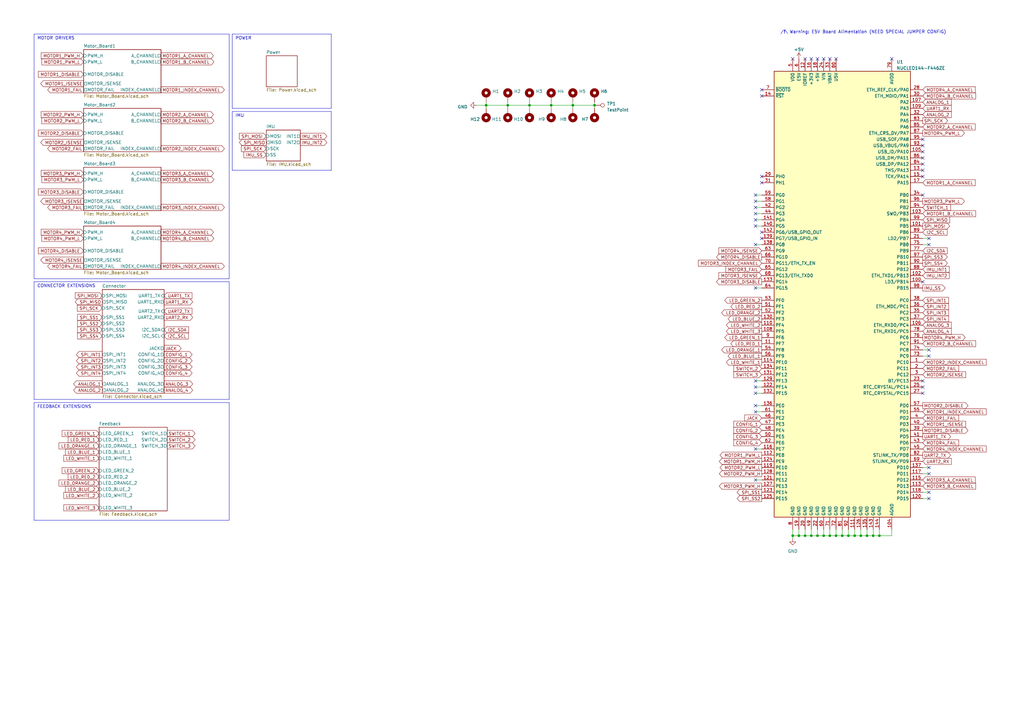
<source format=kicad_sch>
(kicad_sch (version 20221206) (generator eeschema)
  (paper "A3")
  (title_block (title "Robot Mother Board") (date "2023-01-23") (rev "v1.0"))
  (lib_symbols
    (symbol "Connector:TestPoint" (pin_numbers hide) (pin_names (offset 0.762) hide)
      (property "Reference" "TP" (at 0 6.858 0))
      (property "Value" "TestPoint" (at 0 5.08 0))
      (symbol "TestPoint_0_1"
        (circle (center 0 3.302) (radius 0.762))
      )
      (symbol "TestPoint_1_1"
        (pin passive line (at 0 0 90) (length 2.54) (name "1") (number "1"))
      )
    )
    (symbol "MCU_Module:NUCLEO144-F446ZE"
      (property "Reference" "U" (at -22.86 94.615 0))
      (property "Value" "NUCLEO144-F446ZE" (at -22.86 92.71 0))
      (symbol "NUCLEO144-F446ZE_0_1"
        (rectangle (start -27.94 -91.44) (end 27.94 91.44) (stroke (width 0.254)) (fill (type background)))
      )
      (symbol "NUCLEO144-F446ZE_1_1"
        (pin bidirectional line (at 33.02 -27.94 180) (length 5.08) (name "PC10") (number "1"))
        (pin no_connect line (at -33.02 55.88 0) (length 5.08) hide (name "NC") (number "10"))
        (pin bidirectional line (at 33.02 5.08 180) (length 5.08) (name "LD3/PB14") (number "100"))
        (pin bidirectional line (at 33.02 27.94 180) (length 5.08) (name "PB5") (number "101"))
        (pin bidirectional line (at 33.02 7.62 180) (length 5.08) (name "ETH_TXD1/PB13") (number "102"))
        (pin bidirectional line (at 33.02 33.02 180) (length 5.08) (name "SWO/PB3") (number "103"))
        (pin power_in line (at 20.32 -96.52 90) (length 5.08) (name "AGND") (number "104"))
        (pin bidirectional line (at 33.02 58.42 180) (length 5.08) (name "USB_ID/PA10") (number "105"))
        (pin bidirectional line (at 33.02 -12.7 180) (length 5.08) (name "ETH_RXD0/PC4") (number "106"))
        (pin bidirectional line (at 33.02 78.74 180) (length 5.08) (name "PA2") (number "107"))
        (pin bidirectional line (at -33.02 -15.24 0) (length 5.08) (name "PF5") (number "108"))
        (pin bidirectional line (at 33.02 76.2 180) (length 5.08) (name "PA3") (number "109"))
        (pin bidirectional line (at -33.02 -20.32 0) (length 5.08) (name "PF7") (number "11"))
        (pin bidirectional line (at -33.02 -12.7 0) (length 5.08) (name "PF4") (number "110"))
        (pin power_in line (at 5.08 -96.52 90) (length 5.08) (name "GND") (number "111"))
        (pin bidirectional line (at -33.02 -66.04 0) (length 5.08) (name "PE8") (number "112"))
        (pin bidirectional line (at 33.02 -78.74 180) (length 5.08) (name "PD13") (number "113"))
        (pin bidirectional line (at -33.02 -27.94 0) (length 5.08) (name "PF10") (number "114"))
        (pin bidirectional line (at 33.02 -76.2 180) (length 5.08) (name "PD12") (number "115"))
        (pin bidirectional line (at -33.02 -63.5 0) (length 5.08) (name "PE7") (number "116"))
        (pin bidirectional line (at 33.02 -73.66 180) (length 5.08) (name "PD11") (number "117"))
        (pin bidirectional line (at 33.02 -81.28 180) (length 5.08) (name "PD14") (number "118"))
        (pin bidirectional line (at -33.02 -71.12 0) (length 5.08) (name "PE10") (number "119"))
        (pin power_in line (at -15.24 96.52 270) (length 5.08) (name "IOREF") (number "12"))
        (pin bidirectional line (at 33.02 -83.82 180) (length 5.08) (name "PD15") (number "120"))
        (pin bidirectional line (at -33.02 -76.2 0) (length 5.08) (name "PE12") (number "121"))
        (pin bidirectional line (at -33.02 -38.1 0) (length 5.08) (name "PF14") (number "122"))
        (pin bidirectional line (at -33.02 -81.28 0) (length 5.08) (name "PE14") (number "123"))
        (pin bidirectional line (at -33.02 -68.58 0) (length 5.08) (name "PE9") (number "124"))
        (pin bidirectional line (at -33.02 -83.82 0) (length 5.08) (name "PE15") (number "125"))
        (pin power_in line (at 7.62 -96.52 90) (length 5.08) (name "GND") (number "126"))
        (pin bidirectional line (at -33.02 -78.74 0) (length 5.08) (name "PE13") (number "127"))
        (pin bidirectional line (at -33.02 -73.66 0) (length 5.08) (name "PE11") (number "128"))
        (pin bidirectional line (at -33.02 -35.56 0) (length 5.08) (name "PF13") (number "129"))
        (pin bidirectional line (at 33.02 50.8 180) (length 5.08) (name "TMS/PA13") (number "13"))
        (pin bidirectional line (at -33.02 -10.16 0) (length 5.08) (name "PF3") (number "130"))
        (pin bidirectional line (at -33.02 -33.02 0) (length 5.08) (name "PF12") (number "131"))
        (pin bidirectional line (at -33.02 -40.64 0) (length 5.08) (name "PF15") (number "132"))
        (pin bidirectional line (at -33.02 5.08 0) (length 5.08) (name "PG14") (number "133"))
        (pin bidirectional line (at -33.02 -30.48 0) (length 5.08) (name "PF11") (number "134"))
        (pin power_in line (at 10.16 -96.52 90) (length 5.08) (name "GND") (number "135"))
        (pin bidirectional line (at -33.02 -45.72 0) (length 5.08) (name "PE0") (number "136"))
        (pin bidirectional line (at 33.02 -71.12 180) (length 5.08) (name "PD10") (number "137"))
        (pin bidirectional line (at -33.02 20.32 0) (length 5.08) (name "PG8") (number "138"))
        (pin bidirectional line (at -33.02 22.86 0) (length 5.08) (name "PG7/USB_GPIO_IN") (number "139"))
        (pin input line (at -33.02 81.28 0) (length 5.08) (name "~{RST}") (number "14"))
        (pin bidirectional line (at -33.02 27.94 0) (length 5.08) (name "PG5") (number "140"))
        (pin bidirectional line (at -33.02 30.48 0) (length 5.08) (name "PG4") (number "141"))
        (pin bidirectional line (at -33.02 25.4 0) (length 5.08) (name "PG6/USB_GPIO_OUT") (number "142"))
        (pin power_in line (at 12.7 -96.52 90) (length 5.08) (name "GND") (number "143"))
        (pin power_in line (at 15.24 -96.52 90) (length 5.08) (name "GND") (number "144"))
        (pin bidirectional line (at 33.02 48.26 180) (length 5.08) (name "TCK/PA14") (number "15"))
        (pin power_in line (at -12.7 96.52 270) (length 5.08) (name "+3V3") (number "16"))
        (pin bidirectional line (at 33.02 45.72 180) (length 5.08) (name "PA15") (number "17"))
        (pin power_in line (at -10.16 96.52 270) (length 5.08) (name "+5V") (number "18"))
        (pin power_in line (at -17.78 -96.52 90) (length 5.08) (name "GND") (number "19"))
        (pin bidirectional line (at 33.02 -30.48 180) (length 5.08) (name "PC11") (number "2"))
        (pin power_in line (at -15.24 -96.52 90) (length 5.08) (name "GND") (number "20"))
        (pin bidirectional line (at 33.02 22.86 180) (length 5.08) (name "LD2/PB7") (number "21"))
        (pin power_in line (at -10.16 -96.52 90) (length 5.08) (name "GND") (number "22"))
        (pin bidirectional line (at 33.02 -35.56 180) (length 5.08) (name "BT/PC13") (number "23"))
        (pin power_in line (at -7.62 96.52 270) (length 5.08) (name "VIN") (number "24"))
        (pin bidirectional line (at 33.02 -38.1 180) (length 5.08) (name "RTC_CRYSTAL/PC14") (number "25"))
        (pin no_connect line (at -33.02 58.42 0) (length 5.08) hide (name "NC") (number "26"))
        (pin bidirectional line (at 33.02 -40.64 180) (length 5.08) (name "RTC_CRYSTAL/PC15") (number "27"))
        (pin bidirectional line (at 33.02 83.82 180) (length 5.08) (name "ETH_REF_CLK/PA0") (number "28"))
        (pin bidirectional line (at -33.02 48.26 0) (length 5.08) (name "PH0") (number "29"))
        (pin bidirectional line (at 33.02 -33.02 180) (length 5.08) (name "PC12") (number "3"))
        (pin bidirectional line (at 33.02 81.28 180) (length 5.08) (name "ETH_MDIO/PA1") (number "30"))
        (pin bidirectional line (at -33.02 45.72 0) (length 5.08) (name "PH1") (number "31"))
        (pin bidirectional line (at 33.02 73.66 180) (length 5.08) (name "PA4") (number "32"))
        (pin power_in line (at -5.08 96.52 270) (length 5.08) (name "VBAT") (number "33"))
        (pin bidirectional line (at 33.02 40.64 180) (length 5.08) (name "PB0") (number "34"))
        (pin bidirectional line (at 33.02 -7.62 180) (length 5.08) (name "PC2") (number "35"))
        (pin bidirectional line (at 33.02 -5.08 180) (length 5.08) (name "ETH_MDC/PC1") (number "36"))
        (pin bidirectional line (at 33.02 -10.16 180) (length 5.08) (name "PC3") (number "37"))
        (pin bidirectional line (at 33.02 -2.54 180) (length 5.08) (name "PC0") (number "38"))
        (pin bidirectional line (at 33.02 -55.88 180) (length 5.08) (name "PD4") (number "39"))
        (pin bidirectional line (at 33.02 -50.8 180) (length 5.08) (name "PD2") (number "4"))
        (pin bidirectional line (at 33.02 -53.34 180) (length 5.08) (name "PD3") (number "40"))
        (pin bidirectional line (at 33.02 -58.42 180) (length 5.08) (name "PD5") (number "41"))
        (pin bidirectional line (at -33.02 35.56 0) (length 5.08) (name "PG2") (number "42"))
        (pin bidirectional line (at 33.02 -60.96 180) (length 5.08) (name "PD6") (number "43"))
        (pin bidirectional line (at -33.02 33.02 0) (length 5.08) (name "PG3") (number "44"))
        (pin bidirectional line (at 33.02 -63.5 180) (length 5.08) (name "PD7") (number "45"))
        (pin bidirectional line (at -33.02 -50.8 0) (length 5.08) (name "PE2") (number "46"))
        (pin bidirectional line (at -33.02 -53.34 0) (length 5.08) (name "PE3") (number "47"))
        (pin bidirectional line (at -33.02 -55.88 0) (length 5.08) (name "PE4") (number "48"))
        (pin power_in line (at -12.7 -96.52 90) (length 5.08) (name "GND") (number "49"))
        (pin power_in line (at -20.32 96.52 270) (length 5.08) (name "VDD") (number "5"))
        (pin bidirectional line (at -33.02 -58.42 0) (length 5.08) (name "PE5") (number "50"))
        (pin bidirectional line (at -33.02 -5.08 0) (length 5.08) (name "PF1") (number "51"))
        (pin bidirectional line (at -33.02 -7.62 0) (length 5.08) (name "PF2") (number "52"))
        (pin bidirectional line (at -33.02 -2.54 0) (length 5.08) (name "PF0") (number "53"))
        (pin bidirectional line (at -33.02 -22.86 0) (length 5.08) (name "PF8") (number "54"))
        (pin bidirectional line (at 33.02 -48.26 180) (length 5.08) (name "PD1") (number "55"))
        (pin bidirectional line (at -33.02 -25.4 0) (length 5.08) (name "PF9") (number "56"))
        (pin bidirectional line (at 33.02 -45.72 180) (length 5.08) (name "PD0") (number "57"))
        (pin bidirectional line (at -33.02 38.1 0) (length 5.08) (name "PG1") (number "58"))
        (pin bidirectional line (at -33.02 40.64 0) (length 5.08) (name "PG0") (number "59"))
        (pin power_in line (at -17.78 96.52 270) (length 5.08) (name "E5V") (number "6"))
        (pin power_in line (at -7.62 -96.52 90) (length 5.08) (name "GND") (number "60"))
        (pin bidirectional line (at -33.02 -48.26 0) (length 5.08) (name "PE1") (number "61"))
        (pin bidirectional line (at -33.02 -60.96 0) (length 5.08) (name "PE6") (number "62"))
        (pin bidirectional line (at -33.02 17.78 0) (length 5.08) (name "PG9") (number "63"))
        (pin bidirectional line (at -33.02 2.54 0) (length 5.08) (name "PG15") (number "64"))
        (pin bidirectional line (at -33.02 10.16 0) (length 5.08) (name "PG12") (number "65"))
        (pin bidirectional line (at -33.02 15.24 0) (length 5.08) (name "PG10") (number "66"))
        (pin no_connect line (at -33.02 53.34 0) (length 5.08) hide (name "NC") (number "67"))
        (pin bidirectional line (at -33.02 7.62 0) (length 5.08) (name "PG13/ETH_TXD0") (number "68"))
        (pin bidirectional line (at 33.02 -68.58 180) (length 5.08) (name "STLINK_RX/PD9") (number "69"))
        (pin input line (at -33.02 83.82 0) (length 5.08) (name "~{BOOT0}") (number "7"))
        (pin bidirectional line (at -33.02 12.7 0) (length 5.08) (name "PG11/ETH_TX_EN") (number "70"))
        (pin power_in line (at -5.08 -96.52 90) (length 5.08) (name "GND") (number "71"))
        (pin power_in line (at -2.54 -96.52 90) (length 5.08) (name "GND") (number "72"))
        (pin bidirectional line (at 33.02 -25.4 180) (length 5.08) (name "PC9") (number "73"))
        (pin bidirectional line (at 33.02 -22.86 180) (length 5.08) (name "PC8") (number "74"))
        (pin bidirectional line (at 33.02 20.32 180) (length 5.08) (name "PB8") (number "75"))
        (pin bidirectional line (at 33.02 -17.78 180) (length 5.08) (name "PC6") (number "76"))
        (pin bidirectional line (at 33.02 17.78 180) (length 5.08) (name "PB9") (number "77"))
        (pin bidirectional line (at 33.02 -15.24 180) (length 5.08) (name "ETH_RXD1/PC5") (number "78"))
        (pin power_in line (at 20.32 96.52 270) (length 5.08) (name "AVDD") (number "79"))
        (pin power_in line (at -20.32 -96.52 90) (length 5.08) (name "GND") (number "8"))
        (pin power_in line (at -2.54 96.52 270) (length 5.08) (name "U5V") (number "80"))
        (pin power_in line (at 0 -96.52 90) (length 5.08) (name "GND") (number "81"))
        (pin bidirectional line (at 33.02 -66.04 180) (length 5.08) (name "STLINK_TX/PD8") (number "82"))
        (pin bidirectional line (at 33.02 71.12 180) (length 5.08) (name "PA5") (number "83"))
        (pin bidirectional line (at 33.02 53.34 180) (length 5.08) (name "USB_DP/PA12") (number "84"))
        (pin bidirectional line (at 33.02 68.58 180) (length 5.08) (name "PA6") (number "85"))
        (pin bidirectional line (at 33.02 55.88 180) (length 5.08) (name "USB_DM/PA11") (number "86"))
        (pin bidirectional line (at 33.02 66.04 180) (length 5.08) (name "ETH_CRS_DV/PA7") (number "87"))
        (pin bidirectional line (at 33.02 10.16 180) (length 5.08) (name "PB12") (number "88"))
        (pin bidirectional line (at 33.02 25.4 180) (length 5.08) (name "PB6") (number "89"))
        (pin bidirectional line (at -33.02 -17.78 0) (length 5.08) (name "PF6") (number "9"))
        (pin bidirectional line (at 33.02 12.7 180) (length 5.08) (name "PB11") (number "90"))
        (pin bidirectional line (at 33.02 -20.32 180) (length 5.08) (name "PC7") (number "91"))
        (pin power_in line (at 2.54 -96.52 90) (length 5.08) (name "GND") (number "92"))
        (pin bidirectional line (at 33.02 60.96 180) (length 5.08) (name "USB_VBUS/PA9") (number "93"))
        (pin bidirectional line (at 33.02 35.56 180) (length 5.08) (name "PB2") (number "94"))
        (pin bidirectional line (at 33.02 63.5 180) (length 5.08) (name "USB_SOF/PA8") (number "95"))
        (pin bidirectional line (at 33.02 38.1 180) (length 5.08) (name "PB1") (number "96"))
        (pin bidirectional line (at 33.02 15.24 180) (length 5.08) (name "PB10") (number "97"))
        (pin bidirectional line (at 33.02 2.54 180) (length 5.08) (name "PB15") (number "98"))
        (pin bidirectional line (at 33.02 30.48 180) (length 5.08) (name "PB4") (number "99"))
      )
    )
    (symbol "Mechanical:MountingHole_Pad" (pin_numbers hide) (pin_names (offset 1.016) hide)
      (property "Reference" "H" (at 0 6.35 0))
      (property "Value" "MountingHole_Pad" (at 0 4.445 0))
      (symbol "MountingHole_Pad_0_1"
        (circle (center 0 1.27) (radius 1.27) (stroke (width 1.27)))
      )
      (symbol "MountingHole_Pad_1_1"
        (pin input line (at 0 -2.54 90) (length 2.54) (name "1") (number "1"))
      )
    )
    (symbol "power:+5V" (power) (pin_names (offset 0))
      (property "Value" "+5V" (at 0 3.556 0))
      (symbol "+5V_0_1"
        (polyline (pts (xy -0.762 1.27) (xy 0 2.54)))
        (polyline (pts (xy 0 0) (xy 0 2.54)))
        (polyline (pts (xy 0 2.54) (xy 0.762 1.27)))
      )
      (symbol "+5V_1_1"
        (pin power_in line (at 0 0 90) (length 0) hide (name "+5V") (number "1"))
      )
    )
    (symbol "power:GND" (power) (pin_names (offset 0))
      (property "Value" "GND" (at 0 -3.81 0))
      (symbol "GND_0_1"
        (polyline (pts (xy 0 0) (xy 0 -1.27) (xy 1.27 -1.27) (xy 0 -2.54) (xy -1.27 -1.27) (xy 0 -1.27)))
      )
      (symbol "GND_1_1"
        (pin power_in line (at 0 0 270) (length 0) hide (name "GND") (number "1"))
      )
    )
  )
  (junction (at 337.82 219.71))
  (junction (at 345.44 219.71))
  (junction (at 217.17 43.18))
  (junction (at 347.98 219.71))
  (junction (at 243.84 43.18))
  (junction (at 358.14 219.71))
  (junction (at 350.52 219.71))
  (junction (at 340.36 219.71))
  (junction (at 342.9 219.71))
  (junction (at 199.39 43.18))
  (junction (at 325.12 219.71))
  (junction (at 360.68 219.71))
  (junction (at 226.06 43.18))
  (junction (at 234.95 43.18))
  (junction (at 332.74 219.71))
  (junction (at 335.28 219.71))
  (junction (at 353.06 219.71))
  (junction (at 355.6 219.71))
  (junction (at 327.66 219.71))
  (junction (at 330.2 219.71))
  (junction (at 208.28 43.18))
  (no_connect (at 381 201.93))
  (no_connect (at 381 204.47))
  (no_connect (at 381 191.77))
  (no_connect (at 381 194.31))
  (no_connect (at 381 143.51))
  (no_connect (at 381 146.05))
  (no_connect (at 342.9 24.13))
  (no_connect (at 340.36 24.13))
  (no_connect (at 312.42 39.37))
  (no_connect (at 312.42 36.83))
  (no_connect (at 365.76 24.13))
  (no_connect (at 378.46 64.77))
  (no_connect (at 378.46 62.23))
  (no_connect (at 378.46 67.31))
  (no_connect (at 378.46 57.15))
  (no_connect (at 378.46 59.69))
  (no_connect (at 378.46 69.85))
  (no_connect (at 378.46 80.01))
  (no_connect (at 378.46 72.39))
  (no_connect (at 378.46 115.57))
  (no_connect (at 312.42 95.25))
  (no_connect (at 312.42 97.79))
  (no_connect (at 312.42 74.93))
  (no_connect (at 312.42 72.39))
  (no_connect (at 330.2 24.13))
  (no_connect (at 325.12 24.13))
  (no_connect (at 337.82 24.13))
  (no_connect (at 335.28 24.13))
  (no_connect (at 332.74 24.13))
  (no_connect (at 378.46 156.21))
  (no_connect (at 378.46 158.75))
  (no_connect (at 378.46 161.29))
  (no_connect (at 309.88 156.21))
  (no_connect (at 309.88 118.11))
  (no_connect (at 309.88 82.55))
  (no_connect (at 309.88 85.09))
  (no_connect (at 309.88 87.63))
  (no_connect (at 309.88 90.17))
  (no_connect (at 309.88 92.71))
  (no_connect (at 309.88 100.33))
  (no_connect (at 309.88 80.01))
  (no_connect (at 381 97.79))
  (no_connect (at 381 100.33))
  (no_connect (at 309.88 196.85))
  (no_connect (at 309.88 184.15))
  (no_connect (at 309.88 158.75))
  (no_connect (at 309.88 161.29))
  (no_connect (at 309.88 166.37))
  (no_connect (at 309.88 168.91))
  (wire (pts (xy 234.95 44.45) (xy 234.95 43.18)))
  (polyline (pts (xy 93.98 165.1) (xy 93.98 213.36)))
  (wire (pts (xy 309.88 184.15) (xy 312.42 184.15)))
  (wire (pts (xy 309.88 118.11) (xy 312.42 118.11)))
  (wire (pts (xy 353.06 219.71) (xy 355.6 219.71)))
  (wire (pts (xy 358.14 219.71) (xy 355.6 219.71)))
  (wire (pts (xy 378.46 100.33) (xy 381 100.33)))
  (wire (pts (xy 353.06 217.17) (xy 353.06 219.71)))
  (wire (pts (xy 360.68 217.17) (xy 360.68 219.71)))
  (wire (pts (xy 350.52 217.17) (xy 350.52 219.71)))
  (wire (pts (xy 355.6 217.17) (xy 355.6 219.71)))
  (wire (pts (xy 309.88 158.75) (xy 312.42 158.75)))
  (polyline (pts (xy 93.98 114.3) (xy 93.98 13.97)))
  (polyline (pts (xy 13.97 165.1) (xy 13.97 213.36)))
  (wire (pts (xy 199.39 43.18) (xy 208.28 43.18)))
  (polyline (pts (xy 93.98 163.83) (xy 13.97 163.83)))
  (wire (pts (xy 226.06 43.18) (xy 234.95 43.18)))
  (wire (pts (xy 234.95 43.18) (xy 243.84 43.18)))
  (wire (pts (xy 358.14 217.17) (xy 358.14 219.71)))
  (polyline (pts (xy 13.97 115.57) (xy 93.98 115.57)))
  (wire (pts (xy 330.2 219.71) (xy 327.66 219.71)))
  (wire (pts (xy 378.46 194.31) (xy 381 194.31)))
  (polyline (pts (xy 135.89 45.72) (xy 135.89 69.85)))
  (polyline (pts (xy 13.97 165.1) (xy 93.98 165.1)))
  (wire (pts (xy 309.88 161.29) (xy 312.42 161.29)))
  (polyline (pts (xy 93.98 13.97) (xy 13.97 13.97)))
  (wire (pts (xy 378.46 97.79) (xy 381 97.79)))
  (polyline (pts (xy 13.97 115.57) (xy 13.97 163.83)))
  (wire (pts (xy 195.58 43.18) (xy 199.39 43.18)))
  (wire (pts (xy 309.88 168.91) (xy 312.42 168.91)))
  (wire (pts (xy 332.74 219.71) (xy 335.28 219.71)))
  (polyline (pts (xy 93.98 213.36) (xy 13.97 213.36)))
  (wire (pts (xy 347.98 219.71) (xy 345.44 219.71)))
  (wire (pts (xy 309.88 87.63) (xy 312.42 87.63)))
  (wire (pts (xy 330.2 217.17) (xy 330.2 219.71)))
  (wire (pts (xy 365.76 219.71) (xy 360.68 219.71)))
  (wire (pts (xy 208.28 44.45) (xy 208.28 43.18)))
  (wire (pts (xy 378.46 204.47) (xy 381 204.47)))
  (wire (pts (xy 378.46 146.05) (xy 381 146.05)))
  (wire (pts (xy 345.44 217.17) (xy 345.44 219.71)))
  (wire (pts (xy 350.52 219.71) (xy 347.98 219.71)))
  (wire (pts (xy 234.95 43.18) (xy 234.95 41.91)))
  (wire (pts (xy 332.74 217.17) (xy 332.74 219.71)))
  (wire (pts (xy 342.9 217.17) (xy 342.9 219.71)))
  (wire (pts (xy 309.88 85.09) (xy 312.42 85.09)))
  (wire (pts (xy 337.82 217.17) (xy 337.82 219.71)))
  (polyline (pts (xy 95.25 13.97) (xy 95.25 44.45)))
  (wire (pts (xy 199.39 43.18) (xy 199.39 41.91)))
  (wire (pts (xy 309.88 90.17) (xy 312.42 90.17)))
  (wire (pts (xy 378.46 143.51) (xy 381 143.51)))
  (wire (pts (xy 337.82 219.71) (xy 335.28 219.71)))
  (wire (pts (xy 243.84 43.18) (xy 243.84 41.91)))
  (wire (pts (xy 309.88 100.33) (xy 312.42 100.33)))
  (wire (pts (xy 208.28 43.18) (xy 208.28 41.91)))
  (wire (pts (xy 342.9 219.71) (xy 340.36 219.71)))
  (wire (pts (xy 208.28 43.18) (xy 217.17 43.18)))
  (wire (pts (xy 327.66 219.71) (xy 325.12 219.71)))
  (polyline (pts (xy 13.97 114.3) (xy 93.98 114.3)))
  (polyline (pts (xy 135.89 44.45) (xy 95.25 44.45)))
  (polyline (pts (xy 95.25 45.72) (xy 95.25 69.85)))
  (wire (pts (xy 358.14 219.71) (xy 360.68 219.71)))
  (wire (pts (xy 378.46 191.77) (xy 381 191.77)))
  (wire (pts (xy 309.88 166.37) (xy 312.42 166.37)))
  (wire (pts (xy 353.06 219.71) (xy 350.52 219.71)))
  (wire (pts (xy 332.74 219.71) (xy 330.2 219.71)))
  (polyline (pts (xy 95.25 45.72) (xy 135.89 45.72)))
  (wire (pts (xy 309.88 82.55) (xy 312.42 82.55)))
  (wire (pts (xy 325.12 219.71) (xy 325.12 217.17)))
  (wire (pts (xy 309.88 156.21) (xy 312.42 156.21)))
  (wire (pts (xy 325.12 220.98) (xy 325.12 219.71)))
  (wire (pts (xy 347.98 217.17) (xy 347.98 219.71)))
  (polyline (pts (xy 135.89 69.85) (xy 95.25 69.85)))
  (wire (pts (xy 217.17 44.45) (xy 217.17 43.18)))
  (wire (pts (xy 327.66 217.17) (xy 327.66 219.71)))
  (polyline (pts (xy 13.97 13.97) (xy 13.97 114.3)))
  (polyline (pts (xy 93.98 115.57) (xy 93.98 163.83)))
  (polyline (pts (xy 95.25 13.97) (xy 135.89 13.97)))
  (wire (pts (xy 309.88 196.85) (xy 312.42 196.85)))
  (polyline (pts (xy 135.89 13.97) (xy 135.89 44.45)))
  (wire (pts (xy 226.06 44.45) (xy 226.06 43.18)))
  (wire (pts (xy 226.06 43.18) (xy 226.06 41.91)))
  (wire (pts (xy 335.28 217.17) (xy 335.28 219.71)))
  (wire (pts (xy 345.44 219.71) (xy 342.9 219.71)))
  (wire (pts (xy 378.46 201.93) (xy 381 201.93)))
  (wire (pts (xy 309.88 92.71) (xy 312.42 92.71)))
  (wire (pts (xy 217.17 43.18) (xy 226.06 43.18)))
  (wire (pts (xy 199.39 44.45) (xy 199.39 43.18)))
  (wire (pts (xy 365.76 217.17) (xy 365.76 219.71)))
  (wire (pts (xy 309.88 80.01) (xy 312.42 80.01)))
  (wire (pts (xy 340.36 219.71) (xy 337.82 219.71)))
  (wire (pts (xy 340.36 217.17) (xy 340.36 219.71)))
  (wire (pts (xy 217.17 43.18) (xy 217.17 41.91)))
  (wire (pts (xy 243.84 44.45) (xy 243.84 43.18)))
  (text "IMU" (at 96.52 48.26 0) (effects (font (size 1.27 1.27)) (justify left bottom)))
  (text "POWER" (at 96.52 16.51 0) (effects (font (size 1.27 1.27)) (justify left bottom)))
  (text "CONNECTOR EXTENSIONS" (at 15.24 118.11 0) (effects (font (size 1.27 1.27)) (justify left bottom)))
  (text "/!\\ Warning: E5V Board Alimentation (NEED SPECIAL JUMPER CONFIG)" (at 320.04 13.97 0) (effects (font (size 1.27 1.27)) (justify left bottom)))
  (text "FEEDBACK EXTENSIONS" (at 15.24 167.64 0) (effects (font (size 1.27 1.27)) (justify left bottom)))
  (text "MOTOR DRIVERS" (at 15.24 16.51 0) (effects (font (size 1.27 1.27)) (justify left bottom)))
  (global_label "MOTOR2_INDEX_CHANNEL" (shape input) (at 378.46 148.59 0) (property "Intersheetrefs" "${INTERSHEET_REFS}" (effects hide)))
  (global_label "IMU_SS" (shape output) (at 378.46 118.11 0) (property "Intersheetrefs" "${INTERSHEET_REFS}" (effects hide)))
  (global_label "ANALOG_3" (shape input) (at 378.46 133.35 0) (property "Intersheetrefs" "${INTERSHEET_REFS}" (effects hide)))
  (global_label "I2C_SDA" (shape input) (at 378.46 102.87 0) (property "Intersheetrefs" "${INTERSHEET_REFS}" (effects hide)))
  (global_label "SPI_SS1" (shape output) (at 312.42 201.93 180) (property "Intersheetrefs" "${INTERSHEET_REFS}" (effects hide)))
  (global_label "LED_WHITE_3" (shape output) (at 312.42 135.89 180) (property "Intersheetrefs" "${INTERSHEET_REFS}" (effects hide)))
  (global_label "ANALOG_2" (shape output) (at 41.91 160.02 180) (property "Intersheetrefs" "${INTERSHEET_REFS}" (effects hide)))
  (global_label "MOTOR3_DISABLE" (shape output) (at 312.42 115.57 180) (property "Intersheetrefs" "${INTERSHEET_REFS}" (effects hide)))
  (global_label "MOTOR2_PWM_H" (shape output) (at 312.42 194.31 180) (property "Intersheetrefs" "${INTERSHEET_REFS}" (effects hide)))
  (global_label "MOTOR1_PWM_L" (shape output) (at 312.42 186.69 180) (property "Intersheetrefs" "${INTERSHEET_REFS}" (effects hide)))
  (global_label "MOTOR1_PWM_H" (shape output) (at 312.42 189.23 180) (property "Intersheetrefs" "${INTERSHEET_REFS}" (effects hide)))
  (global_label "MOTOR1_INDEX_CHANNEL" (shape input) (at 378.46 168.91 0) (property "Intersheetrefs" "${INTERSHEET_REFS}" (effects hide)))
  (global_label "SPI_MISO" (shape input) (at 378.46 90.17 0) (property "Intersheetrefs" "${INTERSHEET_REFS}" (effects hide)))
  (global_label "MOTOR3_ISENSE" (shape output) (at 34.29 82.55 180) (property "Intersheetrefs" "${INTERSHEET_REFS}" (effects hide)))
  (global_label "MOTOR4_ISENSE" (shape input) (at 312.42 102.87 180) (property "Intersheetrefs" "${INTERSHEET_REFS}" (effects hide)))
  (global_label "UART1_TX" (shape input) (at 67.31 121.285 0) (property "Intersheetrefs" "${INTERSHEET_REFS}" (effects hide)))
  (global_label "SPI_SS4" (shape output) (at 378.46 107.95 0) (property "Intersheetrefs" "${INTERSHEET_REFS}" (effects hide)))
  (global_label "LED_BLUE_2" (shape output) (at 312.42 130.81 180) (property "Intersheetrefs" "${INTERSHEET_REFS}" (effects hide)))
  (global_label "MOTOR2_INDEX_CHANNEL" (shape output) (at 66.04 60.96 0) (property "Intersheetrefs" "${INTERSHEET_REFS}" (effects hide)))
  (global_label "CONFIG_4" (shape output) (at 67.31 153.035 0) (property "Intersheetrefs" "${INTERSHEET_REFS}" (effects hide)))
  (global_label "SPI_MISO" (shape output) (at 109.22 58.42 180) (property "Intersheetrefs" "${INTERSHEET_REFS}" (effects hide)))
  (global_label "IMU_INT1" (shape output) (at 123.19 55.88 0) (property "Intersheetrefs" "${INTERSHEET_REFS}" (effects hide)))
  (global_label "SPI_SCK" (shape output) (at 378.46 49.53 0) (property "Intersheetrefs" "${INTERSHEET_REFS}" (effects hide)))
  (global_label "MOTOR3_FAIL" (shape output) (at 34.29 85.09 180) (property "Intersheetrefs" "${INTERSHEET_REFS}" (effects hide)))
  (global_label "SPI_INT3" (shape input) (at 378.46 128.27 0) (property "Intersheetrefs" "${INTERSHEET_REFS}" (effects hide)))
  (global_label "SPI_SS2" (shape input) (at 41.91 132.715 180) (property "Intersheetrefs" "${INTERSHEET_REFS}" (effects hide)))
  (global_label "MOTOR4_B_CHANNEL" (shape output) (at 66.04 97.79 0) (property "Intersheetrefs" "${INTERSHEET_REFS}" (effects hide)))
  (global_label "SPI_SS2" (shape output) (at 312.42 204.47 180) (property "Intersheetrefs" "${INTERSHEET_REFS}" (effects hide)))
  (global_label "SPI_SS1" (shape input) (at 41.91 130.175 180) (property "Intersheetrefs" "${INTERSHEET_REFS}" (effects hide)))
  (global_label "MOTOR4_A_CHANNEL" (shape output) (at 66.04 95.25 0) (property "Intersheetrefs" "${INTERSHEET_REFS}" (effects hide)))
  (global_label "LED_ORANGE_2" (shape input) (at 40.64 198.12 180) (property "Intersheetrefs" "${INTERSHEET_REFS}" (effects hide)))
  (global_label "CONFIG_1" (shape input) (at 312.42 173.99 180) (property "Intersheetrefs" "${INTERSHEET_REFS}" (effects hide)))
  (global_label "MOTOR1_PWM_H" (shape input) (at 34.29 22.86 180) (property "Intersheetrefs" "${INTERSHEET_REFS}" (effects hide)))
  (global_label "SPI_INT1" (shape input) (at 378.46 123.19 0) (property "Intersheetrefs" "${INTERSHEET_REFS}" (effects hide)))
  (global_label "LED_ORANGE_1" (shape output) (at 312.42 143.51 180) (property "Intersheetrefs" "${INTERSHEET_REFS}" (effects hide)))
  (global_label "LED_RED_1" (shape input) (at 40.64 180.34 180) (property "Intersheetrefs" "${INTERSHEET_REFS}" (effects hide)))
  (global_label "MOTOR3_ISENSE" (shape input) (at 312.42 113.03 180) (property "Intersheetrefs" "${INTERSHEET_REFS}" (effects hide)))
  (global_label "MOTOR3_PWM_L" (shape output) (at 378.46 82.55 0) (property "Intersheetrefs" "${INTERSHEET_REFS}" (effects hide)))
  (global_label "LED_GREEN_1" (shape output) (at 312.42 138.43 180) (property "Intersheetrefs" "${INTERSHEET_REFS}" (effects hide)))
  (global_label "LED_ORANGE_2" (shape output) (at 312.42 128.27 180) (property "Intersheetrefs" "${INTERSHEET_REFS}" (effects hide)))
  (global_label "LED_RED_1" (shape output) (at 312.42 140.97 180) (property "Intersheetrefs" "${INTERSHEET_REFS}" (effects hide)))
  (global_label "SPI_SS4" (shape input) (at 41.91 137.795 180) (property "Intersheetrefs" "${INTERSHEET_REFS}" (effects hide)))
  (global_label "CONFIG_1" (shape output) (at 67.31 145.415 0) (property "Intersheetrefs" "${INTERSHEET_REFS}" (effects hide)))
  (global_label "MOTOR2_B_CHANNEL" (shape input) (at 378.46 140.97 0) (property "Intersheetrefs" "${INTERSHEET_REFS}" (effects hide)))
  (global_label "MOTOR1_DISABLE" (shape input) (at 34.29 30.48 180) (property "Intersheetrefs" "${INTERSHEET_REFS}" (effects hide)))
  (global_label "MOTOR4_PWM_L" (shape output) (at 378.46 54.61 0) (property "Intersheetrefs" "${INTERSHEET_REFS}" (effects hide)))
  (global_label "MOTOR2_ISENSE" (shape output) (at 34.29 58.42 180) (property "Intersheetrefs" "${INTERSHEET_REFS}" (effects hide)))
  (global_label "SPI_SCK" (shape input) (at 109.22 60.96 180) (property "Intersheetrefs" "${INTERSHEET_REFS}" (effects hide)))
  (global_label "LED_ORANGE_1" (shape input) (at 40.64 182.88 180) (property "Intersheetrefs" "${INTERSHEET_REFS}" (effects hide)))
  (global_label "SPI_SS3" (shape input) (at 41.91 135.255 180) (property "Intersheetrefs" "${INTERSHEET_REFS}" (effects hide)))
  (global_label "MOTOR1_PWM_L" (shape input) (at 34.29 25.4 180) (property "Intersheetrefs" "${INTERSHEET_REFS}" (effects hide)))
  (global_label "MOTOR3_PWM_L" (shape input) (at 34.29 73.66 180) (property "Intersheetrefs" "${INTERSHEET_REFS}" (effects hide)))
  (global_label "MOTOR3_A_CHANNEL" (shape input) (at 378.46 196.85 0) (property "Intersheetrefs" "${INTERSHEET_REFS}" (effects hide)))
  (global_label "MOTOR1_A_CHANNEL" (shape input) (at 378.46 74.93 0) (property "Intersheetrefs" "${INTERSHEET_REFS}" (effects hide)))
  (global_label "SWITCH_1" (shape input) (at 378.46 85.09 0) (property "Intersheetrefs" "${INTERSHEET_REFS}" (effects hide)))
  (global_label "JACK" (shape input) (at 312.42 171.45 180) (property "Intersheetrefs" "${INTERSHEET_REFS}" (effects hide)))
  (global_label "MOTOR2_A_CHANNEL" (shape input) (at 378.46 52.07 0) (property "Intersheetrefs" "${INTERSHEET_REFS}" (effects hide)))
  (global_label "MOTOR1_ISENSE" (shape input) (at 378.46 173.99 0) (property "Intersheetrefs" "${INTERSHEET_REFS}" (effects hide)))
  (global_label "MOTOR3_INDEX_CHANNEL" (shape output) (at 66.04 85.09 0) (property "Intersheetrefs" "${INTERSHEET_REFS}" (effects hide)))
  (global_label "LED_BLUE_1" (shape input) (at 40.64 185.42 180) (property "Intersheetrefs" "${INTERSHEET_REFS}" (effects hide)))
  (global_label "MOTOR3_DISABLE" (shape input) (at 34.29 78.74 180) (property "Intersheetrefs" "${INTERSHEET_REFS}" (effects hide)))
  (global_label "MOTOR4_FAIL" (shape input) (at 378.46 181.61 0) (property "Intersheetrefs" "${INTERSHEET_REFS}" (effects hide)))
  (global_label "LED_RED_2" (shape output) (at 312.42 125.73 180) (property "Intersheetrefs" "${INTERSHEET_REFS}" (effects hide)))
  (global_label "UART2_TX" (shape input) (at 67.31 127.635 0) (property "Intersheetrefs" "${INTERSHEET_REFS}" (effects hide)))
  (global_label "SWITCH_3" (shape output) (at 68.58 182.88 0) (property "Intersheetrefs" "${INTERSHEET_REFS}" (effects hide)))
  (global_label "UART2_TX" (shape output) (at 378.46 186.69 0) (property "Intersheetrefs" "${INTERSHEET_REFS}" (effects hide)))
  (global_label "I2C_SCL" (shape input) (at 67.31 137.795 0) (property "Intersheetrefs" "${INTERSHEET_REFS}" (effects hide)))
  (global_label "IMU_INT1" (shape input) (at 378.46 110.49 0) (property "Intersheetrefs" "${INTERSHEET_REFS}" (effects hide)))
  (global_label "MOTOR2_ISENSE" (shape input) (at 378.46 153.67 0) (property "Intersheetrefs" "${INTERSHEET_REFS}" (effects hide)))
  (global_label "MOTOR4_A_CHANNEL" (shape input) (at 378.46 36.83 0) (property "Intersheetrefs" "${INTERSHEET_REFS}" (effects hide)))
  (global_label "MOTOR1_B_CHANNEL" (shape input) (at 378.46 87.63 0) (property "Intersheetrefs" "${INTERSHEET_REFS}" (effects hide)))
  (global_label "IMU_SS" (shape input) (at 109.22 63.5 180) (property "Intersheetrefs" "${INTERSHEET_REFS}" (effects hide)))
  (global_label "SWITCH_3" (shape input) (at 312.42 153.67 180) (property "Intersheetrefs" "${INTERSHEET_REFS}" (effects hide)))
  (global_label "ANALOG_3" (shape output) (at 67.31 157.48 0) (property "Intersheetrefs" "${INTERSHEET_REFS}" (effects hide)))
  (global_label "MOTOR1_FAIL" (shape input) (at 378.46 171.45 0) (property "Intersheetrefs" "${INTERSHEET_REFS}" (effects hide)))
  (global_label "SPI_MISO" (shape output) (at 41.91 123.825 180) (property "Intersheetrefs" "${INTERSHEET_REFS}" (effects hide)))
  (global_label "MOTOR2_FAIL" (shape output) (at 34.29 60.96 180) (property "Intersheetrefs" "${INTERSHEET_REFS}" (effects hide)))
  (global_label "ANALOG_1" (shape input) (at 378.46 41.91 0) (property "Intersheetrefs" "${INTERSHEET_REFS}" (effects hide)))
  (global_label "CONFIG_2" (shape output) (at 67.31 147.955 0) (property "Intersheetrefs" "${INTERSHEET_REFS}" (effects hide)))
  (global_label "MOTOR2_FAIL" (shape input) (at 378.46 151.13 0) (property "Intersheetrefs" "${INTERSHEET_REFS}" (effects hide)))
  (global_label "LED_WHITE_2" (shape output) (at 312.42 133.35 180) (property "Intersheetrefs" "${INTERSHEET_REFS}" (effects hide)))
  (global_label "MOTOR3_INDEX_CHANNEL" (shape input) (at 312.42 107.95 180) (property "Intersheetrefs" "${INTERSHEET_REFS}" (effects hide)))
  (global_label "MOTOR4_DISABLE" (shape input) (at 34.29 102.87 180) (property "Intersheetrefs" "${INTERSHEET_REFS}" (effects hide)))
  (global_label "MOTOR2_B_CHANNEL" (shape output) (at 66.04 49.53 0) (property "Intersheetrefs" "${INTERSHEET_REFS}" (effects hide)))
  (global_label "ANALOG_4" (shape output) (at 67.31 160.02 0) (property "Intersheetrefs" "${INTERSHEET_REFS}" (effects hide)))
  (global_label "IMU_INT2" (shape output) (at 123.19 58.42 0) (property "Intersheetrefs" "${INTERSHEET_REFS}" (effects hide)))
  (global_label "SPI_INT2" (shape output) (at 41.91 147.955 180) (property "Intersheetrefs" "${INTERSHEET_REFS}" (effects hide)))
  (global_label "CONFIG_2" (shape input) (at 312.42 176.53 180) (property "Intersheetrefs" "${INTERSHEET_REFS}" (effects hide)))
  (global_label "MOTOR3_PWM_H" (shape input) (at 34.29 71.12 180) (property "Intersheetrefs" "${INTERSHEET_REFS}" (effects hide)))
  (global_label "CONFIG_4" (shape input) (at 312.42 181.61 180) (property "Intersheetrefs" "${INTERSHEET_REFS}" (effects hide)))
  (global_label "SPI_INT3" (shape output) (at 41.91 150.495 180) (property "Intersheetrefs" "${INTERSHEET_REFS}" (effects hide)))
  (global_label "MOTOR4_PWM_L" (shape input) (at 34.29 97.79 180) (property "Intersheetrefs" "${INTERSHEET_REFS}" (effects hide)))
  (global_label "I2C_SCL" (shape input) (at 378.46 95.25 0) (property "Intersheetrefs" "${INTERSHEET_REFS}" (effects hide)))
  (global_label "MOTOR4_INDEX_CHANNEL" (shape input) (at 378.46 184.15 0) (property "Intersheetrefs" "${INTERSHEET_REFS}" (effects hide)))
  (global_label "LED_BLUE_2" (shape input) (at 40.64 200.66 180) (property "Intersheetrefs" "${INTERSHEET_REFS}" (effects hide)))
  (global_label "MOTOR1_B_CHANNEL" (shape output) (at 66.04 25.4 0) (property "Intersheetrefs" "${INTERSHEET_REFS}" (effects hide)))
  (global_label "SPI_INT4" (shape output) (at 41.91 153.035 180) (property "Intersheetrefs" "${INTERSHEET_REFS}" (effects hide)))
  (global_label "MOTOR3_FAIL" (shape input) (at 312.42 110.49 180) (property "Intersheetrefs" "${INTERSHEET_REFS}" (effects hide)))
  (global_label "LED_GREEN_1" (shape input) (at 40.64 177.8 180) (property "Intersheetrefs" "${INTERSHEET_REFS}" (effects hide)))
  (global_label "LED_WHITE_2" (shape input) (at 40.64 203.2 180) (property "Intersheetrefs" "${INTERSHEET_REFS}" (effects hide)))
  (global_label "LED_RED_2" (shape input) (at 40.64 195.58 180) (property "Intersheetrefs" "${INTERSHEET_REFS}" (effects hide)))
  (global_label "SPI_MOSI" (shape input) (at 109.22 55.88 180) (property "Intersheetrefs" "${INTERSHEET_REFS}" (effects hide)))
  (global_label "ANALOG_2" (shape input) (at 378.46 46.99 0) (property "Intersheetrefs" "${INTERSHEET_REFS}" (effects hide)))
  (global_label "LED_WHITE_3" (shape input) (at 40.64 208.28 180) (property "Intersheetrefs" "${INTERSHEET_REFS}" (effects hide)))
  (global_label "UART1_RX" (shape output) (at 67.31 123.825 0) (property "Intersheetrefs" "${INTERSHEET_REFS}" (effects hide)))
  (global_label "MOTOR1_A_CHANNEL" (shape output) (at 66.04 22.86 0) (property "Intersheetrefs" "${INTERSHEET_REFS}" (effects hide)))
  (global_label "SWITCH_1" (shape output) (at 68.58 177.8 0) (property "Intersheetrefs" "${INTERSHEET_REFS}" (effects hide)))
  (global_label "MOTOR3_PWM_H" (shape output) (at 312.42 199.39 180) (property "Intersheetrefs" "${INTERSHEET_REFS}" (effects hide)))
  (global_label "I2C_SDA" (shape input) (at 67.31 135.255 0) (property "Intersheetrefs" "${INTERSHEET_REFS}" (effects hide)))
  (global_label "MOTOR1_ISENSE" (shape output) (at 34.29 34.29 180) (property "Intersheetrefs" "${INTERSHEET_REFS}" (effects hide)))
  (global_label "MOTOR2_PWM_H" (shape input) (at 34.29 46.99 180) (property "Intersheetrefs" "${INTERSHEET_REFS}" (effects hide)))
  (global_label "SPI_SS3" (shape output) (at 378.46 105.41 0) (property "Intersheetrefs" "${INTERSHEET_REFS}" (effects hide)))
  (global_label "SPI_SCK" (shape input) (at 41.91 126.365 180) (property "Intersheetrefs" "${INTERSHEET_REFS}" (effects hide)))
  (global_label "SPI_INT4" (shape input) (at 378.46 130.81 0) (property "Intersheetrefs" "${INTERSHEET_REFS}" (effects hide)))
  (global_label "MOTOR3_A_CHANNEL" (shape output) (at 66.04 71.12 0) (property "Intersheetrefs" "${INTERSHEET_REFS}" (effects hide)))
  (global_label "UART2_RX" (shape output) (at 67.31 130.175 0) (property "Intersheetrefs" "${INTERSHEET_REFS}" (effects hide)))
  (global_label "ANALOG_1" (shape output) (at 41.91 157.48 180) (property "Intersheetrefs" "${INTERSHEET_REFS}" (effects hide)))
  (global_label "MOTOR2_PWM_L" (shape input) (at 34.29 49.53 180) (property "Intersheetrefs" "${INTERSHEET_REFS}" (effects hide)))
  (global_label "MOTOR4_DISABLE" (shape output) (at 312.42 105.41 180) (property "Intersheetrefs" "${INTERSHEET_REFS}" (effects hide)))
  (global_label "CONFIG_3" (shape input) (at 312.42 179.07 180) (property "Intersheetrefs" "${INTERSHEET_REFS}" (effects hide)))
  (global_label "MOTOR1_FAIL" (shape output) (at 34.29 36.83 180) (property "Intersheetrefs" "${INTERSHEET_REFS}" (effects hide)))
  (global_label "MOTOR4_PWM_H" (shape input) (at 34.29 95.25 180) (property "Intersheetrefs" "${INTERSHEET_REFS}" (effects hide)))
  (global_label "LED_WHITE_1" (shape input) (at 40.64 187.96 180) (property "Intersheetrefs" "${INTERSHEET_REFS}" (effects hide)))
  (global_label "LED_GREEN_2" (shape output) (at 312.42 123.19 180) (property "Intersheetrefs" "${INTERSHEET_REFS}" (effects hide)))
  (global_label "ANALOG_4" (shape input) (at 378.46 135.89 0) (property "Intersheetrefs" "${INTERSHEET_REFS}" (effects hide)))
  (global_label "MOTOR4_PWM_H" (shape output) (at 378.46 138.43 0) (property "Intersheetrefs" "${INTERSHEET_REFS}" (effects hide)))
  (global_label "MOTOR3_B_CHANNEL" (shape output) (at 66.04 73.66 0) (property "Intersheetrefs" "${INTERSHEET_REFS}" (effects hide)))
  (global_label "MOTOR2_PWM_L" (shape output) (at 312.42 191.77 180) (property "Intersheetrefs" "${INTERSHEET_REFS}" (effects hide)))
  (global_label "MOTOR4_B_CHANNEL" (shape input) (at 378.46 39.37 0) (property "Intersheetrefs" "${INTERSHEET_REFS}" (effects hide)))
  (global_label "MOTOR4_ISENSE" (shape output) (at 34.29 106.68 180) (property "Intersheetrefs" "${INTERSHEET_REFS}" (effects hide)))
  (global_label "UART1_RX" (shape input) (at 378.46 44.45 0) (property "Intersheetrefs" "${INTERSHEET_REFS}" (effects hide)))
  (global_label "LED_WHITE_1" (shape output) (at 312.42 148.59 180) (property "Intersheetrefs" "${INTERSHEET_REFS}" (effects hide)))
  (global_label "LED_GREEN_2" (shape input) (at 40.64 193.04 180) (property "Intersheetrefs" "${INTERSHEET_REFS}" (effects hide)))
  (global_label "CONFIG_3" (shape output) (at 67.31 150.495 0) (property "Intersheetrefs" "${INTERSHEET_REFS}" (effects hide)))
  (global_label "MOTOR2_DISABLE" (shape input) (at 34.29 54.61 180) (property "Intersheetrefs" "${INTERSHEET_REFS}" (effects hide)))
  (global_label "SWITCH_2" (shape input) (at 312.42 151.13 180) (property "Intersheetrefs" "${INTERSHEET_REFS}" (effects hide)))
  (global_label "MOTOR1_INDEX_CHANNEL" (shape output) (at 66.04 36.83 0) (property "Intersheetrefs" "${INTERSHEET_REFS}" (effects hide)))
  (global_label "MOTOR2_A_CHANNEL" (shape output) (at 66.04 46.99 0) (property "Intersheetrefs" "${INTERSHEET_REFS}" (effects hide)))
  (global_label "MOTOR1_DISABLE" (shape output) (at 378.46 176.53 0) (property "Intersheetrefs" "${INTERSHEET_REFS}" (effects hide)))
  (global_label "UART2_RX" (shape input) (at 378.46 189.23 0) (property "Intersheetrefs" "${INTERSHEET_REFS}" (effects hide)))
  (global_label "SPI_INT1" (shape output) (at 41.91 145.415 180) (property "Intersheetrefs" "${INTERSHEET_REFS}" (effects hide)))
  (global_label "JACK" (shape output) (at 67.31 142.875 0) (property "Intersheetrefs" "${INTERSHEET_REFS}" (effects hide)))
  (global_label "MOTOR3_B_CHANNEL" (shape input) (at 378.46 199.39 0) (property "Intersheetrefs" "${INTERSHEET_REFS}" (effects hide)))
  (global_label "IMU_INT2" (shape input) (at 378.46 113.03 0) (property "Intersheetrefs" "${INTERSHEET_REFS}" (effects hide)))
  (global_label "SPI_MOSI" (shape input) (at 41.91 121.285 180) (property "Intersheetrefs" "${INTERSHEET_REFS}" (effects hide)))
  (global_label "SPI_MOSI" (shape output) (at 378.46 92.71 0) (property "Intersheetrefs" "${INTERSHEET_REFS}" (effects hide)))
  (global_label "MOTOR2_DISABLE" (shape output) (at 378.46 166.37 0) (property "Intersheetrefs" "${INTERSHEET_REFS}" (effects hide)))
  (global_label "UART1_TX" (shape output) (at 378.46 179.07 0) (property "Intersheetrefs" "${INTERSHEET_REFS}" (effects hide)))
  (global_label "LED_BLUE_1" (shape output) (at 312.42 146.05 180) (property "Intersheetrefs" "${INTERSHEET_REFS}" (effects hide)))
  (global_label "SPI_INT2" (shape input) (at 378.46 125.73 0) (property "Intersheetrefs" "${INTERSHEET_REFS}" (effects hide)))
  (global_label "MOTOR4_FAIL" (shape output) (at 34.29 109.22 180) (property "Intersheetrefs" "${INTERSHEET_REFS}" (effects hide)))
  (global_label "SWITCH_2" (shape output) (at 68.58 180.34 0) (property "Intersheetrefs" "${INTERSHEET_REFS}" (effects hide)))
  (global_label "MOTOR4_INDEX_CHANNEL" (shape output) (at 66.04 109.22 0) (property "Intersheetrefs" "${INTERSHEET_REFS}" (effects hide)))
  (symbol (lib_id "Mechanical:MountingHole_Pad") (at 199.39 46.99 180) (unit 1)
    (property "Reference" "H12" (at 196.85 48.895 0) (effects (justify left)))
    (property "Value" "MountingHole_Pad" (effects hide))
    (property "Footprint" "MountingHole:MountingHole_2.2mm_M2_Pad" (effects hide))
  )
  (symbol (lib_id "Mechanical:MountingHole_Pad") (at 217.17 46.99 180) (unit 1)
    (property "Reference" "H10" (at 214.63 48.895 0) (effects (justify left)))
    (property "Value" "MountingHole_Pad" (effects hide))
    (property "Footprint" "MountingHole:MountingHole_2.2mm_M2_Pad" (effects hide))
  )
  (symbol (lib_id "Mechanical:MountingHole_Pad") (at 226.06 46.99 180) (unit 1)
    (property "Reference" "H9" (at 223.52 48.895 0) (effects (justify left)))
    (property "Value" "MountingHole_Pad" (effects hide))
    (property "Footprint" "MountingHole:MountingHole_2.2mm_M2_Pad" (effects hide))
  )
  (symbol (lib_id "Mechanical:MountingHole_Pad") (at 208.28 39.37 0) (unit 1)
    (property "Reference" "H2" (at 210.82 37.465 0) (effects (justify left)))
    (property "Value" "MountingHole_Pad" (effects hide))
    (property "Footprint" "MountingHole:MountingHole_4.3mm_M4_Pad" (effects hide))
  )
  (symbol (lib_id "power:+5V") (at 327.66 24.13 0) (unit 1)
    (property "Reference" "#PWR0115" (effects hide))
    (property "Value" "+5V" (at 327.66 20.32 0))
  )
  (symbol (lib_id "Mechanical:MountingHole_Pad") (at 199.39 39.37 0) (unit 1)
    (property "Reference" "H1" (at 201.93 37.465 0) (effects (justify left)))
    (property "Value" "MountingHole_Pad" (effects hide))
    (property "Footprint" "MountingHole:MountingHole_4.3mm_M4_Pad" (effects hide))
  )
  (symbol (lib_id "Mechanical:MountingHole_Pad") (at 208.28 46.99 180) (unit 1)
    (property "Reference" "H11" (at 205.74 48.895 0) (effects (justify left)))
    (property "Value" "MountingHole_Pad" (effects hide))
    (property "Footprint" "MountingHole:MountingHole_2.2mm_M2_Pad" (effects hide))
  )
  (symbol (lib_id "MCU_Module:NUCLEO144-F446ZE") (at 345.44 120.65 0) (unit 1)
    (property "Reference" "U1" (at 367.7159 25.4 0) (effects (justify left)))
    (property "Value" "NUCLEO144-F446ZE" (at 367.7159 27.94 0) (effects (justify left)))
    (property "Footprint" "Module:ST_Morpho_Connector_144_STLink" (effects hide))
    (property "Datasheet" "https://www.st.com/resource/en/user_manual/dm00244518-stm32-nucleo144-boards-stmicroelectronics.pdf" (effects hide))
  )
  (symbol (lib_id "power:GND") (at 325.12 220.98 0) (unit 1)
    (property "Reference" "#PWR0117" (effects hide))
    (property "Value" "GND" (at 325.12 226.06 0))
  )
  (symbol (lib_id "Mechanical:MountingHole_Pad") (at 234.95 39.37 0) (unit 1)
    (property "Reference" "H5" (at 237.49 37.465 0) (effects (justify left)))
    (property "Value" "MountingHole_Pad" (effects hide))
    (property "Footprint" "MountingHole:MountingHole_2.2mm_M2_Pad" (effects hide))
  )
  (symbol (lib_id "power:GND") (at 195.58 43.18 270) (unit 1)
    (property "Reference" "#PWR0116" (effects hide))
    (property "Value" "GND" (at 191.77 43.815 90) (effects (justify right)))
  )
  (symbol (lib_id "Mechanical:MountingHole_Pad") (at 226.06 39.37 0) (unit 1)
    (property "Reference" "H4" (at 228.6 37.465 0) (effects (justify left)))
    (property "Value" "MountingHole_Pad" (effects hide))
    (property "Footprint" "MountingHole:MountingHole_4.3mm_M4_Pad" (effects hide))
  )
  (symbol (lib_id "Connector:TestPoint") (at 243.84 43.18 270) (unit 1)
    (property "Reference" "TP1" (at 248.92 42.545 90) (effects (justify left)))
    (property "Value" "TestPoint" (at 248.92 45.085 90) (effects (justify left)))
    (property "Footprint" "Connector_Pin:Pin_Croco" (effects hide))
  )
  (symbol (lib_id "Mechanical:MountingHole_Pad") (at 243.84 39.37 0) (unit 1)
    (property "Reference" "H6" (at 246.38 37.465 0) (effects (justify left)))
    (property "Value" "MountingHole_Pad" (effects hide))
    (property "Footprint" "MountingHole:MountingHole_2.2mm_M2_Pad" (effects hide))
  )
  (symbol (lib_id "Mechanical:MountingHole_Pad") (at 243.84 46.99 180) (unit 1)
    (property "Reference" "H7" (at 241.3 48.895 0) (effects (justify left)))
    (property "Value" "MountingHole_Pad" (effects hide))
    (property "Footprint" "MountingHole:MountingHole_2.2mm_M2_Pad" (effects hide))
  )
  (symbol (lib_id "Mechanical:MountingHole_Pad") (at 217.17 39.37 0) (unit 1)
    (property "Reference" "H3" (at 219.71 37.465 0) (effects (justify left)))
    (property "Value" "MountingHole_Pad" (effects hide))
    (property "Footprint" "MountingHole:MountingHole_4.3mm_M4_Pad" (effects hide))
  )
  (symbol (lib_id "Mechanical:MountingHole_Pad") (at 234.95 46.99 180) (unit 1)
    (property "Reference" "H8" (at 232.41 48.895 0) (effects (justify left)))
    (property "Value" "MountingHole_Pad" (effects hide))
    (property "Footprint" "MountingHole:MountingHole_2.2mm_M2_Pad" (effects hide))
  )
  (sheet (at 34.29 44.45) (size 31.75 17.78) (stroke (width 0.1524))
    (property "Sheetname" "Motor_Board2" (at 34.29 43.7384 0) (effects (justify left bottom)))
    (property "Sheetfile" "Motor_Board.kicad_sch" (at 34.29 62.8146 0) (effects (justify left top)))
    (pin "PWM_H" input (at 34.29 46.99 180))
    (pin "PWM_L" input (at 34.29 49.53 180))
    (pin "MOTOR_FAIL" output (at 34.29 60.96 180))
    (pin "MOTOR_DISABLE" input (at 34.29 54.61 180))
    (pin "MOTOR_ISENSE" output (at 34.29 58.42 180))
    (pin "INDEX_CHANNEL" output (at 66.04 60.96 0))
    (pin "B_CHANNEL" output (at 66.04 49.53 0))
    (pin "A_CHANNEL" output (at 66.04 46.99 0))
  )
  (sheet (at 40.64 175.26) (size 27.94 34.29) (stroke (width 0.1524))
    (property "Sheetname" "Feedback" (at 40.64 174.5484 0) (effects (justify left bottom)))
    (property "Sheetfile" "Feedback.kicad_sch" (at 40.64 210.1346 0) (effects (justify left top)))
    (pin "LED_BLUE_2" input (at 40.64 200.66 180))
    (pin "LED_ORANGE_2" input (at 40.64 198.12 180))
    (pin "LED_WHITE_2" input (at 40.64 203.2 180))
    (pin "LED_RED_2" input (at 40.64 195.58 180))
    (pin "LED_GREEN_2" input (at 40.64 193.04 180))
    (pin "LED_WHITE_3" input (at 40.64 208.28 180))
    (pin "LED_GREEN_1" input (at 40.64 177.8 180))
    (pin "SWITCH_2" output (at 68.58 180.34 0))
    (pin "SWITCH_1" output (at 68.58 177.8 0))
    (pin "SWITCH_3" output (at 68.58 182.88 0))
    (pin "LED_RED_1" input (at 40.64 180.34 180))
    (pin "LED_WHITE_1" input (at 40.64 187.96 180))
    (pin "LED_ORANGE_1" input (at 40.64 182.88 180))
    (pin "LED_BLUE_1" input (at 40.64 185.42 180))
  )
  (sheet (at 41.91 118.745) (size 25.4 42.545) (stroke (width 0.1524))
    (property "Sheetname" "Connector" (at 41.91 118.0334 0) (effects (justify left bottom)))
    (property "Sheetfile" "Connector.kicad_sch" (at 41.91 161.8746 0) (effects (justify left top)))
    (pin "SPI_MISO" output (at 41.91 123.825 180))
    (pin "SPI_MOSI" input (at 41.91 121.285 180))
    (pin "SPI_SCK" input (at 41.91 126.365 180))
    (pin "SPI_INT2" output (at 41.91 147.955 180))
    (pin "SPI_INT4" output (at 41.91 153.035 180))
    (pin "SPI_INT3" output (at 41.91 150.495 180))
    (pin "SPI_INT1" output (at 41.91 145.415 180))
    (pin "SPI_SS3" input (at 41.91 135.255 180))
    (pin "SPI_SS4" input (at 41.91 137.795 180))
    (pin "SPI_SS2" input (at 41.91 132.715 180))
    (pin "SPI_SS1" input (at 41.91 130.175 180))
    (pin "JACK" output (at 67.31 142.875 0))
    (pin "CONFIG_3" output (at 67.31 150.495 0))
    (pin "CONFIG_4" output (at 67.31 153.035 0))
    (pin "UART2_TX" input (at 67.31 127.635 0))
    (pin "UART2_RX" output (at 67.31 130.175 0))
    (pin "UART1_TX" input (at 67.31 121.285 0))
    (pin "UART1_RX" output (at 67.31 123.825 0))
    (pin "CONFIG_1" output (at 67.31 145.415 0))
    (pin "CONFIG_2" output (at 67.31 147.955 0))
    (pin "I2C_SDA" input (at 67.31 135.255 0))
    (pin "I2C_SCL" input (at 67.31 137.795 0))
    (pin "ANALOG_2" output (at 41.91 160.02 180))
    (pin "ANALOG_1" output (at 41.91 157.48 180))
    (pin "ANALOG_3" output (at 67.31 157.48 0))
    (pin "ANALOG_4" output (at 67.31 160.02 0))
  )
  (sheet (at 34.29 20.32) (size 31.75 17.78) (stroke (width 0.1524))
    (property "Sheetname" "Motor_Board1" (at 34.29 19.6084 0) (effects (justify left bottom)))
    (property "Sheetfile" "Motor_Board.kicad_sch" (at 34.29 38.6846 0) (effects (justify left top)))
    (pin "PWM_H" input (at 34.29 22.86 180))
    (pin "PWM_L" input (at 34.29 25.4 180))
    (pin "MOTOR_FAIL" output (at 34.29 36.83 180))
    (pin "MOTOR_DISABLE" input (at 34.29 30.48 180))
    (pin "MOTOR_ISENSE" output (at 34.29 34.29 180))
    (pin "INDEX_CHANNEL" output (at 66.04 36.83 0))
    (pin "B_CHANNEL" output (at 66.04 25.4 0))
    (pin "A_CHANNEL" output (at 66.04 22.86 0))
  )
  (sheet (at 34.29 68.58) (size 31.75 17.78) (stroke (width 0.1524))
    (property "Sheetname" "Motor_Board3" (at 34.29 67.8684 0) (effects (justify left bottom)))
    (property "Sheetfile" "Motor_Board.kicad_sch" (at 34.29 86.9446 0) (effects (justify left top)))
    (pin "PWM_H" input (at 34.29 71.12 180))
    (pin "PWM_L" input (at 34.29 73.66 180))
    (pin "MOTOR_FAIL" output (at 34.29 85.09 180))
    (pin "MOTOR_DISABLE" input (at 34.29 78.74 180))
    (pin "MOTOR_ISENSE" output (at 34.29 82.55 180))
    (pin "INDEX_CHANNEL" output (at 66.04 85.09 0))
    (pin "B_CHANNEL" output (at 66.04 73.66 0))
    (pin "A_CHANNEL" output (at 66.04 71.12 0))
  )
  (sheet (at 109.22 22.86) (size 12.7 12.7) (stroke (width 0.1524))
    (property "Sheetname" "Power" (at 109.22 22.1484 0) (effects (justify left bottom)))
    (property "Sheetfile" "Power.kicad_sch" (at 109.22 36.1446 0) (effects (justify left top)))
  )
  (sheet (at 34.29 92.71) (size 31.75 17.78) (stroke (width 0.1524))
    (property "Sheetname" "Motor_Board4" (at 34.29 91.9984 0) (effects (justify left bottom)))
    (property "Sheetfile" "Motor_Board.kicad_sch" (at 34.29 111.0746 0) (effects (justify left top)))
    (pin "PWM_H" input (at 34.29 95.25 180))
    (pin "PWM_L" input (at 34.29 97.79 180))
    (pin "MOTOR_FAIL" output (at 34.29 109.22 180))
    (pin "MOTOR_DISABLE" input (at 34.29 102.87 180))
    (pin "MOTOR_ISENSE" output (at 34.29 106.68 180))
    (pin "INDEX_CHANNEL" output (at 66.04 109.22 0))
    (pin "B_CHANNEL" output (at 66.04 97.79 0))
    (pin "A_CHANNEL" output (at 66.04 95.25 0))
  )
  (sheet (at 109.22 53.34) (size 13.97 12.7) (stroke (width 0.1524))
    (property "Sheetname" "IMU" (at 109.22 52.6284 0) (effects (justify left bottom)))
    (property "Sheetfile" "IMU.kicad_sch" (at 109.22 66.6246 0) (effects (justify left top)))
    (pin "INT1" output (at 123.19 55.88 0))
    (pin "INT2" output (at 123.19 58.42 0))
    (pin "MOSI" input (at 109.22 55.88 180))
    (pin "MISO" output (at 109.22 58.42 180))
    (pin "SCK" input (at 109.22 60.96 180))
    (pin "SS" input (at 109.22 63.5 180))
  )
)
</source>
